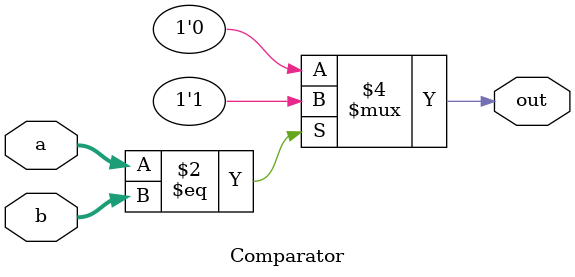
<source format=v>
module Comparator(input [31:0]a, b, output reg out);
    always @(*) begin
        if(a == b)begin
            out = 1'b1;
        end
        else begin
            out = 1'b0;
        end
    end
endmodule
</source>
